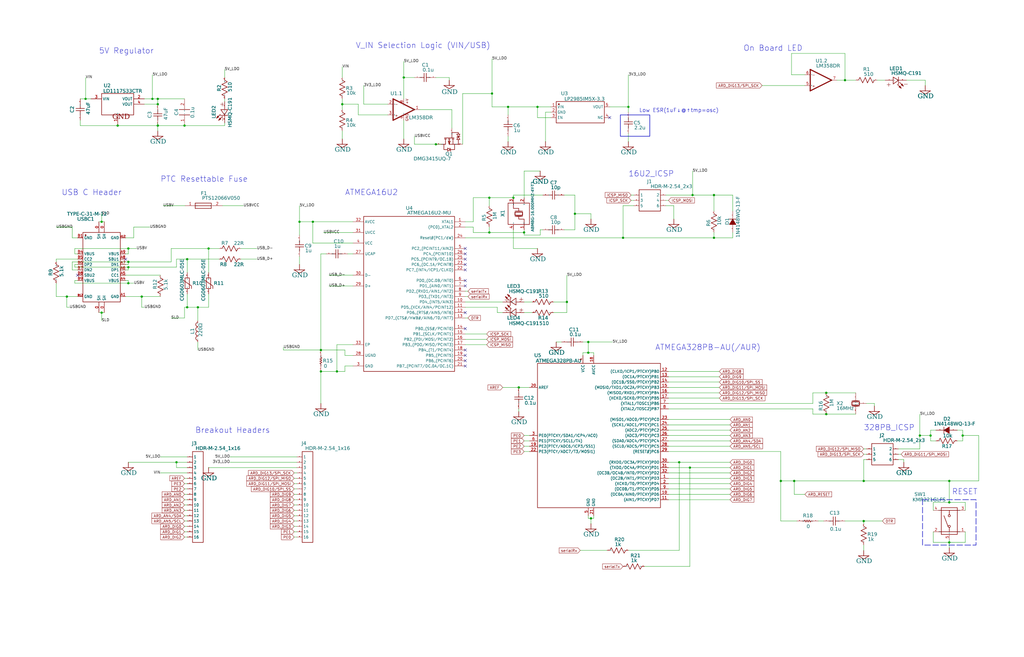
<source format=kicad_sch>
(kicad_sch (version 20231120) (generator "eeschema") (generator_version "8.0")
  (paper "User" 486.344 312.227)
  (junction (at 93.98 146.05))
  (junction (at 74.93 46.99))
  (junction (at 401.32 38.1))
  (junction (at 436.88 207.01))
  (junction (at 48.26 105.41))
  (junction (at 339.09 113.03))
  (junction (at 60.96 124.46))
  (junction (at 392.43 186.69))
  (junction (at 148.59 105.41))
  (junction (at 295.91 113.03))
  (junction (at 88.9 123.19))
  (junction (at 410.21 228.6))
  (junction (at 450.85 257.81))
  (junction (at 377.19 228.6))
  (junction (at 232.41 110.49))
  (junction (at 273.05 101.6))
  (junction (at 99.06 118.11))
  (junction (at 246.38 184.15))
  (junction (at 392.43 196.85))
  (junction (at 327.66 222.25))
  (junction (at 40.64 46.99))
  (junction (at 457.2 207.01))
  (junction (at 410.21 247.65))
  (junction (at 152.4 176.53))
  (junction (at 74.93 59.69))
  (junction (at 450.85 228.6))
  (junction (at 441.96 207.01))
  (junction (at 269.24 143.51))
  (junction (at 55.88 59.69))
  (junction (at 233.68 44.45))
  (junction (at 60.96 118.11))
  (junction (at 339.09 92.71))
  (junction (at 152.4 166.37))
  (junction (at 31.75 140.97))
  (junction (at 60.96 134.62))
  (junction (at 142.24 105.41))
  (junction (at 243.84 93.98))
  (junction (at 162.56 49.53))
  (junction (at 160.02 176.53))
  (junction (at 67.31 140.97))
  (junction (at 83.82 219.71))
  (junction (at 241.3 50.8))
  (junction (at 279.4 162.56))
  (junction (at 279.4 167.64))
  (junction (at 370.84 228.6))
  (junction (at 450.85 238.76))
  (junction (at 88.9 146.05))
  (junction (at 87.63 59.69))
  (junction (at 248.92 110.49))
  (junction (at 298.45 50.8))
  (junction (at 207.01 68.58))
  (junction (at 60.96 127))
  (junction (at 255.27 50.8))
  (junction (at 72.39 46.99))
  (junction (at 74.93 49.53))
  (junction (at 322.58 219.71))
  (junction (at 232.41 93.98))
  (junction (at 48.26 148.59))
  (junction (at 328.93 92.71))
  (junction (at 191.77 36.83))
  (junction (at 280.67 246.38))
  (no_connect (at 220.98 166.37))
  (no_connect (at 220.98 123.19))
  (no_connect (at 220.98 173.99))
  (no_connect (at 220.98 128.27))
  (no_connect (at 220.98 168.91))
  (no_connect (at 220.98 120.65))
  (no_connect (at 59.69 123.19))
  (no_connect (at 36.83 130.81))
  (no_connect (at 220.98 135.89))
  (no_connect (at 220.98 171.45))
  (no_connect (at 220.98 125.73))
  (no_connect (at 220.98 156.21))
  (no_connect (at 220.98 148.59))
  (no_connect (at 220.98 118.11))
  (no_connect (at 289.56 55.88))
  (no_connect (at 220.98 133.35))
  (wire (pts (xy 257.81 109.22) (xy 256.54 109.22)))
  (wire (pts (xy 279.4 162.56) (xy 279.4 167.64)))
  (wire (pts (xy 288.29 261.62) (xy 275.59 261.62)))
  (wire (pts (xy 35.56 118.11) (xy 60.96 118.11)))
  (wire (pts (xy 317.5 184.15) (xy 341.63 184.15)))
  (wire (pts (xy 347.98 113.03) (xy 347.98 110.49)))
  (wire (pts (xy 289.56 50.8) (xy 298.45 50.8)))
  (wire (pts (xy 457.2 204.47) (xy 457.2 207.01)))
  (wire (pts (xy 139.7 224.79) (xy 140.97 224.79)))
  (wire (pts (xy 392.43 186.69) (xy 406.4 186.69)))
  (wire (pts (xy 191.77 57.15) (xy 191.77 66.04)))
  (wire (pts (xy 34.29 113.03) (xy 36.83 113.03)))
  (wire (pts (xy 220.98 146.05) (xy 236.22 146.05)))
  (wire (pts (xy 322.58 219.71) (xy 346.71 219.71)))
  (wire (pts (xy 443.23 238.76) (xy 450.85 238.76)))
  (wire (pts (xy 317.5 224.79) (xy 346.71 224.79)))
  (wire (pts (xy 436.88 207.01) (xy 441.96 207.01)))
  (wire (pts (xy 222.25 151.13) (xy 220.98 151.13)))
  (wire (pts (xy 220.98 158.75) (xy 231.14 158.75)))
  (wire (pts (xy 224.79 107.95) (xy 220.98 107.95)))
  (wire (pts (xy 87.63 252.73) (xy 88.9 252.73)))
  (wire (pts (xy 410.21 247.65) (xy 419.1 247.65)))
  (wire (pts (xy 142.24 121.92) (xy 142.24 125.73)))
  (wire (pts (xy 339.09 92.71) (xy 347.98 92.71)))
  (wire (pts (xy 162.56 46.99) (xy 162.56 49.53)))
  (wire (pts (xy 410.21 248.92) (xy 410.21 247.65)))
  (wire (pts (xy 411.48 218.44) (xy 410.21 218.44)))
  (wire (pts (xy 458.47 257.81) (xy 450.85 257.81)))
  (wire (pts (xy 60.96 125.73) (xy 59.69 125.73)))
  (wire (pts (xy 83.82 222.25) (xy 83.82 219.71)))
  (wire (pts (xy 220.98 113.03) (xy 295.91 113.03)))
  (wire (pts (xy 269.24 143.51) (xy 269.24 148.59)))
  (wire (pts (xy 280.67 248.92) (xy 280.67 246.38)))
  (wire (pts (xy 317.5 214.63) (xy 370.84 214.63)))
  (wire (pts (xy 259.08 53.34) (xy 259.08 67.31)))
  (wire (pts (xy 219.71 68.58) (xy 219.71 44.45)))
  (wire (pts (xy 68.58 49.53) (xy 74.93 49.53)))
  (wire (pts (xy 317.5 229.87) (xy 346.71 229.87)))
  (wire (pts (xy 436.88 196.85) (xy 436.88 207.01)))
  (wire (pts (xy 213.36 36.83) (xy 207.01 36.83)))
  (wire (pts (xy 114.3 123.19) (xy 121.92 123.19)))
  (wire (pts (xy 191.77 46.99) (xy 191.77 36.83)))
  (wire (pts (xy 347.98 92.71) (xy 347.98 100.33)))
  (wire (pts (xy 248.92 111.76) (xy 248.92 110.49)))
  (wire (pts (xy 207.01 68.58) (xy 196.85 68.58)))
  (wire (pts (xy 377.19 228.6) (xy 410.21 228.6)))
  (wire (pts (xy 87.63 229.87) (xy 88.9 229.87)))
  (wire (pts (xy 317.5 232.41) (xy 346.71 232.41)))
  (wire (pts (xy 64.77 118.11) (xy 60.96 118.11)))
  (wire (pts (xy 31.75 146.05) (xy 31.75 140.97)))
  (wire (pts (xy 74.93 46.99) (xy 72.39 46.99)))
  (wire (pts (xy 317.5 179.07) (xy 341.63 179.07)))
  (wire (pts (xy 251.46 214.63) (xy 248.92 214.63)))
  (wire (pts (xy 36.83 128.27) (xy 34.29 128.27)))
  (wire (pts (xy 139.7 232.41) (xy 140.97 232.41)))
  (wire (pts (xy 87.63 255.27) (xy 88.9 255.27)))
  (wire (pts (xy 88.9 234.95) (xy 87.63 234.95)))
  (wire (pts (xy 411.48 191.77) (xy 415.29 191.77)))
  (wire (pts (xy 172.72 40.64) (xy 172.72 49.53)))
  (wire (pts (xy 154.94 120.65) (xy 152.4 120.65)))
  (wire (pts (xy 386.08 186.69) (xy 392.43 186.69)))
  (wire (pts (xy 68.58 146.05) (xy 67.31 146.05)))
  (wire (pts (xy 139.7 234.95) (xy 140.97 234.95)))
  (wire (pts (xy 441.96 209.55) (xy 441.96 207.01)))
  (wire (pts (xy 241.3 67.31) (xy 241.3 64.77)))
  (wire (pts (xy 170.18 54.61) (xy 170.18 49.53)))
  (wire (pts (xy 316.23 97.79) (xy 320.04 97.79)))
  (wire (pts (xy 99.06 118.11) (xy 81.28 118.11)))
  (wire (pts (xy 31.75 140.97) (xy 36.83 140.97)))
  (wire (pts (xy 191.77 36.83) (xy 191.77 29.21)))
  (wire (pts (xy 81.28 118.11) (xy 81.28 124.46)))
  (wire (pts (xy 36.83 120.65) (xy 35.56 120.65)))
  (wire (pts (xy 87.63 46.99) (xy 74.93 46.99)))
  (wire (pts (xy 377.19 234.95) (xy 377.19 228.6)))
  (wire (pts (xy 88.9 240.03) (xy 87.63 240.03)))
  (wire (pts (xy 106.68 59.69) (xy 87.63 59.69)))
  (wire (pts (xy 48.26 105.41) (xy 49.53 105.41)))
  (wire (pts (xy 232.41 107.95) (xy 232.41 110.49)))
  (wire (pts (xy 140.97 252.73) (xy 139.7 252.73)))
  (wire (pts (xy 246.38 184.15) (xy 251.46 184.15)))
  (wire (pts (xy 40.64 36.83) (xy 40.64 46.99)))
  (wire (pts (xy 60.96 120.65) (xy 59.69 120.65)))
  (wire (pts (xy 295.91 113.03) (xy 339.09 113.03)))
  (wire (pts (xy 386.08 196.85) (xy 392.43 196.85)))
  (wire (pts (xy 139.7 237.49) (xy 140.97 237.49)))
  (wire (pts (xy 60.96 128.27) (xy 59.69 128.27)))
  (wire (pts (xy 148.59 105.41) (xy 142.24 105.41)))
  (wire (pts (xy 439.42 38.1) (xy 439.42 40.64)))
  (wire (pts (xy 317.5 212.09) (xy 346.71 212.09)))
  (wire (pts (xy 238.76 143.51) (xy 220.98 143.51)))
  (wire (pts (xy 361.95 40.64) (xy 382.27 40.64)))
  (wire (pts (xy 317.5 186.69) (xy 341.63 186.69)))
  (wire (pts (xy 276.86 167.64) (xy 276.86 168.91)))
  (wire (pts (xy 386.08 191.77) (xy 386.08 186.69)))
  (wire (pts (xy 401.32 38.1) (xy 406.4 38.1)))
  (wire (pts (xy 74.93 62.23) (xy 74.93 59.69)))
  (wire (pts (xy 87.63 227.33) (xy 88.9 227.33)))
  (wire (pts (xy 401.32 25.4) (xy 401.32 38.1)))
  (wire (pts (xy 209.55 68.58) (xy 207.01 68.58)))
  (wire (pts (xy 392.43 196.85) (xy 406.4 196.85)))
  (wire (pts (xy 251.46 212.09) (xy 248.92 212.09)))
  (wire (pts (xy 320.04 97.79) (xy 320.04 104.14)))
  (wire (pts (xy 74.93 46.99) (xy 74.93 49.53)))
  (wire (pts (xy 279.4 167.64) (xy 276.86 167.64)))
  (wire (pts (xy 152.4 166.37) (xy 163.83 166.37)))
  (wire (pts (xy 74.93 59.69) (xy 55.88 59.69)))
  (wire (pts (xy 236.22 146.05) (xy 236.22 148.59)))
  (wire (pts (xy 443.23 257.81) (xy 450.85 257.81)))
  (wire (pts (xy 76.2 140.97) (xy 67.31 140.97)))
  (wire (pts (xy 339.09 100.33) (xy 339.09 92.71)))
  (wire (pts (xy 251.46 207.01) (xy 248.92 207.01)))
  (wire (pts (xy 281.94 168.91) (xy 281.94 167.64)))
  (wire (pts (xy 213.36 38.1) (xy 213.36 36.83)))
  (wire (pts (xy 224.79 93.98) (xy 224.79 105.41)))
  (wire (pts (xy 106.68 58.42) (xy 106.68 59.69)))
  (wire (pts (xy 290.83 162.56) (xy 279.4 162.56)))
  (wire (pts (xy 214.63 52.07) (xy 214.63 60.96)))
  (wire (pts (xy 88.9 139.7) (xy 88.9 146.05)))
  (wire (pts (xy 88.9 123.19) (xy 83.82 123.19)))
  (wire (pts (xy 167.64 105.41) (xy 148.59 105.41)))
  (wire (pts (xy 273.05 101.6) (xy 280.67 101.6)))
  (wire (pts (xy 261.62 55.88) (xy 255.27 55.88)))
  (wire (pts (xy 322.58 261.62) (xy 322.58 219.71)))
  (wire (pts (xy 140.97 247.65) (xy 139.7 247.65)))
  (wire (pts (xy 248.92 148.59) (xy 252.73 148.59)))
  (wire (pts (xy 317.5 222.25) (xy 327.66 222.25)))
  (wire (pts (xy 391.16 247.65) (xy 388.62 247.65)))
  (wire (pts (xy 76.2 224.79) (xy 88.9 224.79)))
  (wire (pts (xy 317.5 189.23) (xy 341.63 189.23)))
  (wire (pts (xy 60.96 124.46) (xy 60.96 125.73)))
  (wire (pts (xy 26.67 140.97) (xy 31.75 140.97)))
  (wire (pts (xy 233.68 50.8) (xy 233.68 44.45)))
  (wire (pts (xy 269.24 130.81) (xy 269.24 143.51)))
  (wire (pts (xy 457.2 209.55) (xy 454.66 209.55)))
  (wire (pts (xy 420.37 38.1) (xy 416.56 38.1)))
  (wire (pts (xy 87.63 59.69) (xy 74.93 59.69)))
  (wire (pts (xy 163.83 173.99) (xy 167.64 173.99)))
  (wire (pts (xy 67.31 140.97) (xy 59.69 140.97)))
  (wire (pts (xy 83.82 127) (xy 60.96 127)))
  (wire (pts (xy 279.4 245.11) (xy 279.4 246.38)))
  (wire (pts (xy 279.4 246.38) (xy 280.67 246.38)))
  (wire (pts (xy 458.47 252.73) (xy 458.47 257.81)))
  (wire (pts (xy 339.09 113.03) (xy 347.98 113.03)))
  (wire (pts (xy 317.5 207.01) (xy 346.71 207.01)))
  (wire (pts (xy 81.28 151.13) (xy 87.63 151.13)))
  (wire (pts (xy 220.98 140.97) (xy 222.25 140.97)))
  (wire (pts (xy 88.9 245.11) (xy 87.63 245.11)))
  (wire (pts (xy 140.97 217.17) (xy 109.22 217.17)))
  (wire (pts (xy 436.88 213.36) (xy 436.88 207.01)))
  (wire (pts (xy 60.96 134.62) (xy 60.96 133.35)))
  (wire (pts (xy 317.5 95.25) (xy 316.23 95.25)))
  (wire (pts (xy 264.16 162.56) (xy 266.7 162.56)))
  (wire (pts (xy 167.64 163.83) (xy 160.02 163.83)))
  (wire (pts (xy 87.63 250.19) (xy 88.9 250.19)))
  (wire (pts (xy 410.21 218.44) (xy 410.21 228.6)))
  (wire (pts (xy 99.06 129.54) (xy 99.06 118.11)))
  (wire (pts (xy 83.82 219.71) (xy 88.9 219.71)))
  (wire (pts (xy 464.82 228.6) (xy 464.82 207.01)))
  (wire (pts (xy 267.97 109.22) (xy 273.05 109.22)))
  (wire (pts (xy 458.47 238.76) (xy 450.85 238.76)))
  (wire (pts (xy 236.22 148.59) (xy 238.76 148.59)))
  (wire (pts (xy 167.64 130.81) (xy 156.21 130.81)))
  (wire (pts (xy 232.41 97.79) (xy 232.41 93.98)))
  (wire (pts (xy 60.96 118.11) (xy 60.96 120.65)))
  (wire (pts (xy 231.14 163.83) (xy 220.98 163.83)))
  (wire (pts (xy 298.45 63.5) (xy 298.45 67.31)))
  (wire (pts (xy 106.68 46.99) (xy 106.68 48.26)))
  (wire (pts (xy 167.64 115.57) (xy 148.59 115.57)))
  (wire (pts (xy 46.99 148.59) (xy 48.26 148.59)))
  (wire (pts (xy 139.7 240.03) (xy 140.97 240.03)))
  (wire (pts (xy 106.68 36.83) (xy 106.68 33.02)))
  (wire (pts (xy 317.5 176.53) (xy 341.63 176.53)))
  (wire (pts (xy 232.41 93.98) (xy 224.79 93.98)))
  (wire (pts (xy 410.21 213.36) (xy 411.48 213.36)))
  (wire (pts (xy 38.1 59.69) (xy 38.1 57.15)))
  (wire (pts (xy 139.7 242.57) (xy 140.97 242.57)))
  (wire (pts (xy 255.27 50.8) (xy 241.3 50.8)))
  (wire (pts (xy 317.5 194.31) (xy 386.08 194.31)))
  (wire (pts (xy 26.67 123.19) (xy 26.67 124.46)))
  (wire (pts (xy 152.4 176.53) (xy 160.02 176.53)))
  (wire (pts (xy 443.23 252.73) (xy 443.23 257.81)))
  (wire (pts (xy 139.7 245.11) (xy 140.97 245.11)))
  (wire (pts (xy 99.06 146.05) (xy 93.98 146.05)))
  (wire (pts (xy 281.94 167.64) (xy 279.4 167.64)))
  (wire (pts (xy 46.99 105.41) (xy 48.26 105.41)))
  (wire (pts (xy 316.23 92.71) (xy 328.93 92.71)))
  (wire (pts (xy 139.7 227.33) (xy 140.97 227.33)))
  (wire (pts (xy 26.67 107.95) (xy 34.29 107.95)))
  (wire (pts (xy 139.7 255.27) (xy 140.97 255.27)))
  (wire (pts (xy 63.5 107.95) (xy 71.12 107.95)))
  (wire (pts (xy 35.56 125.73) (xy 35.56 127)))
  (wire (pts (xy 33.02 146.05) (xy 31.75 146.05)))
  (wire (pts (xy 36.83 125.73) (xy 35.56 125.73)))
  (wire (pts (xy 160.02 176.53) (xy 163.83 176.53)))
  (wire (pts (xy 306.07 269.24) (xy 327.66 269.24)))
  (wire (pts (xy 410.21 215.9) (xy 411.48 215.9)))
  (wire (pts (xy 243.84 109.22) (xy 243.84 118.11)))
  (wire (pts (xy 38.1 46.99) (xy 40.64 46.99)))
  (wire (pts (xy 429.26 219.71) (xy 429.26 218.44)))
  (wire (pts (xy 167.64 110.49) (xy 153.67 110.49)))
  (wire (pts (xy 219.71 44.45) (xy 233.68 44.45)))
  (wire (pts (xy 241.3 54.61) (xy 241.3 50.8)))
  (wire (pts (xy 276.86 162.56) (xy 279.4 162.56)))
  (wire (pts (xy 430.53 38.1) (xy 439.42 38.1)))
  (wire (pts (xy 298.45 50.8) (xy 298.45 53.34)))
  (wire (pts (xy 87.63 151.13) (xy 87.63 146.05)))
  (wire (pts (xy 196.85 68.58) (xy 196.85 64.77)))
  (wire (pts (xy 99.06 222.25) (xy 140.97 222.25)))
  (wire (pts (xy 88.9 222.25) (xy 83.82 222.25)))
  (wire (pts (xy 83.82 123.19) (xy 83.82 127)))
  (wire (pts (xy 295.91 97.79) (xy 295.91 113.03)))
  (wire (pts (xy 162.56 49.53) (xy 162.56 52.07)))
  (wire (pts (xy 248.92 110.49) (xy 232.41 110.49)))
  (wire (pts (xy 317.5 227.33) (xy 346.71 227.33)))
  (wire (pts (xy 267.97 92.71) (xy 273.05 92.71)))
  (wire (pts (xy 88.9 237.49) (xy 87.63 237.49)))
  (wire (pts (xy 464.82 207.01) (xy 457.2 207.01)))
  (wire (pts (xy 222.25 138.43) (xy 220.98 138.43)))
  (wire (pts (xy 339.09 110.49) (xy 339.09 113.03)))
  (wire (pts (xy 273.05 92.71) (xy 273.05 101.6)))
  (wire (pts (xy 48.26 148.59) (xy 49.53 148.59)))
  (wire (pts (xy 162.56 62.23) (xy 162.56 66.04)))
  (wire (pts (xy 248.92 109.22) (xy 248.92 110.49)))
  (wire (pts (xy 59.69 130.81) (xy 76.2 130.81)))
  (wire (pts (xy 35.56 127) (xy 60.96 127)))
  (wire (pts (xy 224.79 105.41) (xy 220.98 105.41)))
  (wire (pts (xy 104.14 123.19) (xy 88.9 123.19)))
  (wire (pts (xy 426.72 213.36) (xy 436.88 213.36)))
  (wire (pts (xy 163.83 168.91) (xy 167.64 168.91)))
  (wire (pts (xy 441.96 207.01) (xy 441.96 204.47)))
  (wire (pts (xy 55.88 59.69) (xy 38.1 59.69)))
  (wire (pts (xy 378.46 247.65) (xy 370.84 247.65)))
  (wire (pts (xy 72.39 35.56) (xy 72.39 46.99)))
  (wire (pts (xy 410.21 228.6) (xy 450.85 228.6)))
  (wire (pts (xy 115.57 97.79) (xy 105.664 97.79)))
  (wire (pts (xy 48.26 101.6) (xy 48.26 105.41)))
  (wire (pts (xy 35.56 120.65) (xy 35.56 118.11)))
  (wire (pts (xy 139.7 250.19) (xy 140.97 250.19)))
  (wire (pts (xy 317.5 191.77) (xy 386.08 191.77)))
  (wire (pts (xy 74.93 59.69) (xy 74.93 58.42)))
  (wire (pts (xy 300.99 97.79) (xy 295.91 97.79)))
  (wire (pts (xy 172.72 49.53) (xy 184.15 49.53)))
  (wire (pts (xy 261.62 50.8) (xy 255.27 50.8)))
  (wire (pts (xy 444.5 209.55) (xy 441.96 209.55)))
  (wire (pts (xy 140.97 219.71) (xy 109.22 219.71)))
  (wire (pts (xy 243.84 93.98) (xy 232.41 93.98)))
  (wire (pts (xy 26.67 134.62) (xy 26.67 140.97)))
  (wire (pts (xy 255.27 55.88) (xy 255.27 50.8)))
  (wire (pts (xy 317.5 219.71) (xy 322.58 219.71)))
  (wire (pts (xy 243.84 118.11) (xy 255.27 118.11)))
  (wire (pts (xy 450.85 238.76) (xy 450.85 228.6)))
  (wire (pts (xy 238.76 184.15) (xy 246.38 184.15)))
  (wire (pts (xy 220.98 161.29) (xy 231.14 161.29)))
  (wire (pts (xy 280.67 246.38) (xy 281.94 246.38)))
  (wire (pts (xy 59.69 113.03) (xy 63.5 113.03)))
  (wire (pts (xy 327.66 222.25) (xy 346.71 222.25)))
  (wire (pts (xy 248.92 93.98) (xy 248.92 81.28)))
  (wire (pts (xy 139.7 229.87) (xy 140.97 229.87)))
  (wire (pts (xy 269.24 148.59) (xy 262.89 148.59)))
  (wire (pts (xy 454.66 204.47) (xy 457.2 204.47)))
  (wire (pts (xy 427.99 215.9) (xy 426.72 215.9)))
  (wire (pts (xy 142.24 105.41) (xy 142.24 111.76)))
  (wire (pts (xy 251.46 209.55) (xy 248.92 209.55)))
  (wire (pts (xy 370.84 214.63) (xy 370.84 228.6)))
  (wire (pts (xy 256.54 111.76) (xy 248.92 111.76)))
  (wire (pts (xy 93.98 146.05) (xy 93.98 152.4)))
  (wire (pts (xy 104.14 118.11) (xy 99.06 118.11)))
  (wire (pts (xy 386.08 194.31) (xy 386.08 196.85)))
  (wire (pts (xy 165.1 120.65) (xy 167.64 120.65)))
  (wire (pts (xy 317.5 181.61) (xy 341.63 181.61)))
  (wire (pts (xy 81.28 124.46) (xy 60.96 124.46)))
  (wire (pts (xy 88.9 217.17) (xy 76.2 217.17)))
  (wire (pts (xy 441.96 204.47) (xy 444.5 204.47)))
  (wire (pts (xy 298.45 261.62) (xy 322.58 261.62)))
  (wire (pts (xy 299.72 95.25) (xy 300.99 95.25)))
  (wire (pts (xy 87.63 232.41) (xy 88.9 232.41)))
  (wire (pts (xy 281.94 246.38) (xy 281.94 245.11)))
  (wire (pts (xy 184.15 54.61) (xy 170.18 54.61)))
  (wire (pts (xy 34.29 124.46) (xy 60.96 124.46)))
  (wire (pts (xy 257.81 92.71) (xy 243.84 92.71)))
  (wire (pts (xy 87.63 146.05) (xy 88.9 146.05)))
  (wire (pts (xy 148.59 115.57) (xy 148.59 105.41)))
  (wire (pts (xy 346.71 209.55) (xy 317.5 209.55)))
  (wire (pts (xy 410.21 261.62) (xy 410.21 259.08)))
  (wire (pts (xy 88.9 247.65) (xy 87.63 247.65)))
  (wire (pts (xy 34.29 128.27) (xy 34.29 124.46)))
  (wire (pts (xy 280.67 101.6) (xy 280.67 104.14)))
  (wire (pts (xy 450.85 256.54) (xy 450.85 257.81)))
  (wire (pts (xy 142.24 97.79) (xy 142.24 105.41)))
  (wire (pts (xy 317.5 234.95) (xy 346.71 234.95)))
  (wire (pts (xy 134.62 166.37) (xy 152.4 166.37)))
  (wire (pts (xy 35.56 133.35) (xy 35.56 134.62)))
  (wire (pts (xy 88.9 146.05) (xy 93.98 146.05)))
  (wire (pts (xy 60.96 127) (xy 60.96 128.27)))
  (wire (pts (xy 196.85 36.83) (xy 191.77 36.83)))
  (wire (pts (xy 457.2 207.01) (xy 457.2 209.55)))
  (wire (pts (xy 298.45 35.56) (xy 298.45 50.8)))
  (wire (pts (xy 397.51 38.1) (xy 401.32 38.1)))
  (wire (pts (xy 152.4 191.77) (xy 152.4 176.53)))
  (wire (pts (xy 163.83 176.53) (xy 163.83 173.99)))
  (wire (pts (xy 317.5 201.93) (xy 346.71 201.93)))
  (wire (pts (xy 35.56 134.62) (xy 60.96 134.62)))
  (wire (pts (xy 328.93 92.71) (xy 339.09 92.71)))
  (wire (pts (xy 40.64 46.99) (xy 43.18 46.99)))
  (wire (pts (xy 99.06 139.7) (xy 99.06 146.05)))
  (wire (pts (xy 256.54 109.22) (xy 256.54 111.76)))
  (wire (pts (xy 450.85 257.81) (xy 450.85 260.35)))
  (wire (pts (xy 114.3 118.11) (xy 121.92 118.11)))
  (wire (pts (xy 77.47 97.79) (xy 87.884 97.79)))
  (wire (pts (xy 170.18 49.53) (xy 162.56 49.53)))
  (wire (pts (xy 163.83 166.37) (xy 163.83 168.91)))
  (wire (pts (xy 60.96 133.35) (xy 59.69 133.35)))
  (wire (pts (xy 382.27 35.56) (xy 375.92 35.56)))
  (wire (pts (xy 450.85 228.6) (xy 464.82 228.6)))
  (wire (pts (xy 458.47 242.57) (xy 458.47 238.76)))
  (wire (pts (xy 429.26 218.44) (xy 426.72 218.44)))
  (wire (pts (xy 246.38 194.31) (xy 246.38 195.58)))
  (wire (pts (xy 134.62 165.1) (xy 134.62 166.37)))
  (wire (pts (xy 88.9 242.57) (xy 87.63 242.57)))
  (wire (pts (xy 162.56 36.83) (xy 162.56 31.75)))
  (wire (pts (xy 262.89 143.51) (xy 269.24 143.51)))
  (wire (pts (xy 36.83 133.35) (xy 35.56 133.35)))
  (wire (pts (xy 160.02 163.83) (xy 160.02 176.53)))
  (wire (pts (xy 48.26 152.4) (xy 48.26 148.59)))
  (wire (pts (xy 248.92 143.51) (xy 252.73 143.51)))
  (wire (pts (xy 370.84 228.6) (xy 377.19 228.6)))
  (wire (pts (xy 273.05 109.22) (xy 273.05 101.6)))
  (wire (pts (xy 370.84 247.65) (xy 370.84 228.6)))
  (wire (pts (xy 36.83 123.19) (xy 26.67 123.19)))
  (wire (pts (xy 317.5 199.39) (xy 346.71 199.39)))
  (wire (pts (xy 199.39 52.07) (xy 214.63 52.07)))
  (wire (pts (xy 152.4 120.65) (xy 152.4 166.37)))
  (wire (pts (xy 88.9 129.54) (xy 88.9 123.19)))
  (wire (pts (xy 261.62 53.34) (xy 259.08 53.34)))
  (wire (pts (xy 382.27 234.95) (xy 377.19 234.95)))
  (wire (pts (xy 401.32 247.65) (xy 410.21 247.65)))
  (wire (pts (xy 375.92 25.4) (xy 401.32 25.4)))
  (wire (pts (xy 63.5 113.03) (xy 63.5 107.95)))
  (wire (pts (xy 34.29 107.95) (xy 34.29 113.03)))
  (wire (pts (xy 60.96 219.71) (xy 83.82 219.71)))
  (wire (pts (xy 167.64 135.89) (xy 156.21 135.89)))
  (wire (pts (xy 68.58 46.99) (xy 72.39 46.99)))
  (wire (pts (xy 443.23 242.57) (xy 443.23 238.76)))
  (wire (pts (xy 328.93 81.28) (xy 328.93 92.71)))
  (wire (pts (xy 67.31 146.05) (xy 67.31 140.97)))
  (wire (pts (xy 375.92 35.56) (xy 375.92 25.4)))
  (wire (pts (xy 241.3 50.8) (xy 233.68 50.8)))
  (wire (pts (xy 233.68 44.45) (xy 233.68 27.94)))
  (wire (pts (xy 346.71 204.47) (xy 317.5 204.47)))
  (wire (pts (xy 415.29 191.77) (xy 415.29 193.04)))
  (wire (pts (xy 93.98 162.56) (xy 93.98 166.37)))
  (wire (pts (xy 224.79 110.49) (xy 224.79 107.95)))
  (wire (pts (xy 327.66 269.24) (xy 327.66 222.25)))
  (wire (pts (xy 317.5 237.49) (xy 346.71 237.49)))
  (wire (pts (xy 299.72 92.71) (xy 300.99 92.71)))
  (wire (pts (xy 243.84 92.71) (xy 243.84 93.98)))
  (wire (pts (xy 248.92 81.28) (xy 256.54 81.28)))
  (wire (pts (xy 63.5 134.62) (xy 60.96 134.62)))
  (wire (pts (xy 232.41 110.49) (xy 224.79 110.49)))
  (rectangle (start 294.64 54.61) (end 308.61 64.77) (stroke (width 0.254)))
  (rectangle (start 438.15 237.49) (end 463.55 259.08) (stroke (width 0.254) (type dash)))
  (text "ATMEGA328PB-AU(/AUR)" (at 311.15 163.7157 0) (effects (font (size 2.6543 2.6543)) (justify left top)))
  (text "5V Regulator" (at 46.99 22.7457 0) (effects (font (size 2.6543 2.6543)) (justify left top)))
  (text "Low ESR(1uF↓@↑tmp=osc)" (at 303.53 51.5303 0) (effects (font (size 1.8097 1.8097)) (justify left top)))
  (text "V_IN Selection Logic (VIN/USB)" (at 168.91 20.2057 0) (effects (font (size 2.6543 2.6543)) (justify left top)))
  (text "USB C Header" (at 29.21 90.0557 0) (effects (font (size 2.6543 2.6543)) (justify left top)))
  (text "On Board LED" (at 353.06 21.4757 0) (effects (font (size 2.6543 2.6543)) (justify left top)))
  (text "PTC Resettable Fuse" (at 76.2 83.7057 0) (effects (font (size 2.6543 2.6543)) (justify left top)))
  (text "328PB_ICSP" (at 410.21 201.8157 0) (effects (font (size 2.6543 2.6543)) (justify left top)))
  (text "ATMEGA16U2" (at 163.83 90.0557 0) (effects (font (size 2.6543 2.6543)) (justify left top)))
  (text "RESET" (at 452.12 232.2957 0) (effects (font (size 2.6543 2.6543)) (justify left top)))
  (text "Breakout Headers" (at 92.71 203.0857 0) (effects (font (size 2.6543 2.6543)) (justify left top)))
  (text "16U2_ICSP" (at 298.45 81.1657 0) (effects (font (size 2.6543 2.6543)) (justify left top)))
  (label "3V3_LDO" (at 172.72 40.64 0))
  (label "VIN" (at 40.64 36.83 0))
  (label "USBGND" (at 71.12 107.95 0))
  (label "USB_D-" (at 121.92 118.11 0))
  (label "5V_LDO" (at 269.24 130.81 0))
  (label "USBV" (at 63.5 134.62 0))
  (label "5V_LDO" (at 109.22 217.17 180))
  (label "5V_LDO" (at 72.39 35.56 0))
  (label "USBV" (at 64.77 118.11 0))
  (label "USBGND" (at 134.62 165.1 0))
  (label "USBVCC" (at 153.67 110.49 0))
  (label "USB_D+" (at 156.21 135.89 0))
  (label "VIN" (at 162.56 31.75 0))
  (label "USB_D-" (at 156.21 130.81 0))
  (label "SLD" (at 48.26 101.6 0))
  (label "USBGND" (at 68.58 146.05 0))
  (label "5V_LDO" (at 106.68 33.02 0))
  (label "5V_LDO" (at 76.2 217.17 180))
  (label "USBGND" (at 26.67 107.95 0))
  (label "5V_LDO" (at 328.93 81.28 0))
  (label "5V_LDO" (at 142.24 97.79 0))
  (label "SLD" (at 81.28 151.13 0))
  (label "VIN" (at 76.2 224.79 180))
  (label "3V3_LDO" (at 298.45 35.56 0))
  (label "USBVCC" (at 196.85 64.77 0))
  (label "USBV" (at 77.47 97.79 0))
  (label "5V_LDO" (at 191.77 29.21 0))
  (label "USBGND" (at 33.02 146.05 0))
  (label "3V3_LDO" (at 109.22 219.71 180))
  (label "USB_D+" (at 121.92 123.19 0))
  (label "5V_LDO" (at 436.88 196.85 0))
  (label "5V_LDO" (at 233.68 27.94 0))
  (label "5V_LDO" (at 290.83 162.56 0))
  (label "USBVCC" (at 115.57 97.79 0))
  (label "SLD" (at 48.26 152.4 0))
  (label "USBGND" (at 93.98 166.37 0))
  (global_label "ARD_AN5/SCL" (shape input) (at 87.63 247.65 180) (property "Intersheetrefs" "${INTERSHEET_REFS}" (effects (hide yes))))
  (global_label "ARD_DIG13/SPI_SCK" (shape input) (at 139.7 224.79 180) (property "Intersheetrefs" "${INTERSHEET_REFS}" (effects (hide yes))))
  (global_label "serialTx" (shape input) (at 295.91 269.24 180) (property "Intersheetrefs" "${INTERSHEET_REFS}" (effects (hide yes))))
  (global_label "ARD_DIG5" (shape input) (at 139.7 245.11 180) (property "Intersheetrefs" "${INTERSHEET_REFS}" (effects (hide yes))))
  (global_label "ARD_DIG6" (shape input) (at 139.7 242.57 180) (property "Intersheetrefs" "${INTERSHEET_REFS}" (effects (hide yes))))
  (global_label "ARD_AN5/SCL" (shape input) (at 346.71 212.09 0) (property "Intersheetrefs" "${INTERSHEET_REFS}" (effects (hide yes))))
  (global_label "ARD_AN3" (shape input) (at 346.71 207.01 0) (property "Intersheetrefs" "${INTERSHEET_REFS}" (effects (hide yes))))
  (global_label "ARD_AN4/SDA" (shape input) (at 87.63 245.11 180) (property "Intersheetrefs" "${INTERSHEET_REFS}" (effects (hide yes))))
  (global_label "ARD_AN0" (shape input) (at 346.71 199.39 0) (property "Intersheetrefs" "${INTERSHEET_REFS}" (effects (hide yes))))
  (global_label "ARD_DIG12/SPI_MISO" (shape input) (at 139.7 227.33 180) (property "Intersheetrefs" "${INTERSHEET_REFS}" (effects (hide yes))))
  (global_label "ARD_AN1" (shape input) (at 346.71 201.93 0) (property "Intersheetrefs" "${INTERSHEET_REFS}" (effects (hide yes))))
  (global_label "PE2" (shape input) (at 248.92 212.09 180) (property "Intersheetrefs" "${INTERSHEET_REFS}" (effects (hide yes))))
  (global_label "ARD_DIG2" (shape input) (at 346.71 224.79 0) (property "Intersheetrefs" "${INTERSHEET_REFS}" (effects (hide yes))))
  (global_label "AREF" (shape input) (at 87.63 227.33 180) (property "Intersheetrefs" "${INTERSHEET_REFS}" (effects (hide yes))))
  (global_label "PE1" (shape input) (at 248.92 209.55 180) (property "Intersheetrefs" "${INTERSHEET_REFS}" (effects (hide yes))))
  (global_label "AREF" (shape input) (at 238.76 184.15 180) (property "Intersheetrefs" "${INTERSHEET_REFS}" (effects (hide yes))))
  (global_label "DTR" (shape input) (at 222.25 151.13 0) (property "Intersheetrefs" "${INTERSHEET_REFS}" (effects (hide yes))))
  (global_label "ARD_DIG8" (shape input) (at 341.63 176.53 0) (property "Intersheetrefs" "${INTERSHEET_REFS}" (effects (hide yes))))
  (global_label "ARD_DIG12/SPI_MISO" (shape input) (at 341.63 186.69 0) (property "Intersheetrefs" "${INTERSHEET_REFS}" (effects (hide yes))))
  (global_label "ARD_AN1" (shape input) (at 87.63 237.49 180) (property "Intersheetrefs" "${INTERSHEET_REFS}" (effects (hide yes))))
  (global_label "ARD_DIG13/SPI_SCK" (shape input) (at 341.63 189.23 0) (property "Intersheetrefs" "${INTERSHEET_REFS}" (effects (hide yes))))
  (global_label "ARD_AN2" (shape input) (at 346.71 204.47 0) (property "Intersheetrefs" "${INTERSHEET_REFS}" (effects (hide yes))))
  (global_label "ARD_DIG9" (shape input) (at 139.7 234.95 180) (property "Intersheetrefs" "${INTERSHEET_REFS}" (effects (hide yes))))
  (global_label "ARD_DIG1" (shape input) (at 346.71 222.25 0) (property "Intersheetrefs" "${INTERSHEET_REFS}" (effects (hide yes))))
  (global_label "PE3" (shape input) (at 248.92 214.63 180) (property "Intersheetrefs" "${INTERSHEET_REFS}" (effects (hide yes))))
  (global_label "ARD_DIG9" (shape input) (at 341.63 179.07 0) (property "Intersheetrefs" "${INTERSHEET_REFS}" (effects (hide yes))))
  (global_label "ARD_DIG13/SPI_SCK" (shape input) (at 361.95 40.64 180) (property "Intersheetrefs" "${INTERSHEET_REFS}" (effects (hide yes))))
  (global_label "PE0" (shape input) (at 139.7 255.27 180) (property "Intersheetrefs" "${INTERSHEET_REFS}" (effects (hide yes))))
  (global_label "ICSP_SCK" (shape input) (at 231.14 158.75 0) (property "Intersheetrefs" "${INTERSHEET_REFS}" (effects (hide yes))))
  (global_label "ARD_AN0" (shape input) (at 87.63 234.95 180) (property "Intersheetrefs" "${INTERSHEET_REFS}" (effects (hide yes))))
  (global_label "PE3" (shape input) (at 87.63 229.87 180) (property "Intersheetrefs" "${INTERSHEET_REFS}" (effects (hide yes))))
  (global_label "ARD_DIG2" (shape input) (at 87.63 255.27 180) (property "Intersheetrefs" "${INTERSHEET_REFS}" (effects (hide yes))))
  (global_label "ARD_DIG5" (shape input) (at 346.71 232.41 0) (property "Intersheetrefs" "${INTERSHEET_REFS}" (effects (hide yes))))
  (global_label "ARD_AN3" (shape input) (at 87.63 242.57 180) (property "Intersheetrefs" "${INTERSHEET_REFS}" (effects (hide yes))))
  (global_label "ICSP_MOSI" (shape input) (at 317.5 95.25 0) (property "Intersheetrefs" "${INTERSHEET_REFS}" (effects (hide yes))))
  (global_label "ICSP_MISO" (shape input) (at 299.72 92.71 180) (property "Intersheetrefs" "${INTERSHEET_REFS}" (effects (hide yes))))
  (global_label "ARD_DIG6" (shape input) (at 346.71 234.95 0) (property "Intersheetrefs" "${INTERSHEET_REFS}" (effects (hide yes))))
  (global_label "ARD_DIG0" (shape input) (at 87.63 250.19 180) (property "Intersheetrefs" "${INTERSHEET_REFS}" (effects (hide yes))))
  (global_label "PE1" (shape input) (at 139.7 252.73 180) (property "Intersheetrefs" "${INTERSHEET_REFS}" (effects (hide yes))))
  (global_label "serialRx" (shape input) (at 222.25 140.97 0) (property "Intersheetrefs" "${INTERSHEET_REFS}" (effects (hide yes))))
  (global_label "ARD_DIG3" (shape input) (at 346.71 227.33 0) (property "Intersheetrefs" "${INTERSHEET_REFS}" (effects (hide yes))))
  (global_label "serialRx" (shape input) (at 275.59 261.62 180) (property "Intersheetrefs" "${INTERSHEET_REFS}" (effects (hide yes))))
  (global_label "ARD_DIG4" (shape input) (at 346.71 229.87 0) (property "Intersheetrefs" "${INTERSHEET_REFS}" (effects (hide yes))))
  (global_label "ARD_AN2" (shape input) (at 87.63 240.03 180) (property "Intersheetrefs" "${INTERSHEET_REFS}" (effects (hide yes))))
  (global_label "ARD_RESET" (shape input) (at 382.27 234.95 0) (property "Intersheetrefs" "${INTERSHEET_REFS}" (effects (hide yes))))
  (global_label "serialTx" (shape input) (at 222.25 138.43 0) (property "Intersheetrefs" "${INTERSHEET_REFS}" (effects (hide yes))))
  (global_label "ARD_DIG11/SPI_MOSI" (shape input) (at 341.63 184.15 0) (property "Intersheetrefs" "${INTERSHEET_REFS}" (effects (hide yes))))
  (global_label "ARD_DIG11/SPI_MOSI" (shape input) (at 139.7 229.87 180) (property "Intersheetrefs" "${INTERSHEET_REFS}" (effects (hide yes))))
  (global_label "ICSP_SCK" (shape input) (at 299.72 95.25 180) (property "Intersheetrefs" "${INTERSHEET_REFS}" (effects (hide yes))))
  (global_label "ARD_DIG10/SPI_SS" (shape input) (at 139.7 232.41 180) (property "Intersheetrefs" "${INTERSHEET_REFS}" (effects (hide yes))))
  (global_label "ARD_DIG13/SPI_SCK" (shape input) (at 410.21 215.9 180) (property "Intersheetrefs" "${INTERSHEET_REFS}" (effects (hide yes))))
  (global_label "ARD_DIG10/SPI_SS" (shape input) (at 341.63 181.61 0) (property "Intersheetrefs" "${INTERSHEET_REFS}" (effects (hide yes))))
  (global_label "ARD_DIG7" (shape input) (at 139.7 240.03 180) (property "Intersheetrefs" "${INTERSHEET_REFS}" (effects (hide yes))))
  (global_label "PE2" (shape input) (at 87.63 232.41 180) (property "Intersheetrefs" "${INTERSHEET_REFS}" (effects (hide yes))))
  (global_label "ARD_DIG3" (shape input) (at 139.7 250.19 180) (property "Intersheetrefs" "${INTERSHEET_REFS}" (effects (hide yes))))
  (global_label "ARD_DIG4" (shape input) (at 139.7 247.65 180) (property "Intersheetrefs" "${INTERSHEET_REFS}" (effects (hide yes))))
  (global_label "ICSP_MOSI" (shape input) (at 231.14 161.29 0) (property "Intersheetrefs" "${INTERSHEET_REFS}" (effects (hide yes))))
  (global_label "ARD_DIG0" (shape input) (at 346.71 219.71 0) (property "Intersheetrefs" "${INTERSHEET_REFS}" (effects (hide yes))))
  (global_label "ICSP_MISO" (shape input) (at 231.14 163.83 0) (property "Intersheetrefs" "${INTERSHEET_REFS}" (effects (hide yes))))
  (global_label "ARD_AN4/SDA" (shape input) (at 346.71 209.55 0) (property "Intersheetrefs" "${INTERSHEET_REFS}" (effects (hide yes))))
  (global_label "ARD_DIG12/SPI_MISO" (shape input) (at 410.21 213.36 180) (property "Intersheetrefs" "${INTERSHEET_REFS}" (effects (hide yes))))
  (global_label "DTR" (shape input) (at 419.1 247.65 0) (property "Intersheetrefs" "${INTERSHEET_REFS}" (effects (hide yes))))
  (global_label "PE0" (shape input) (at 248.92 207.01 180) (property "Intersheetrefs" "${INTERSHEET_REFS}" (effects (hide yes))))
  (global_label "ARD_DIG8" (shape input) (at 139.7 237.49 180) (property "Intersheetrefs" "${INTERSHEET_REFS}" (effects (hide yes))))
  (global_label "ARD_DIG1" (shape input) (at 87.63 252.73 180) (property "Intersheetrefs" "${INTERSHEET_REFS}" (effects (hide yes))))
  (global_label "ARD_DIG7" (shape input) (at 346.71 237.49 0) (property "Intersheetrefs" "${INTERSHEET_REFS}" (effects (hide yes))))
  (global_label "ARD_DIG11/SPI_MOSI" (shape input) (at 427.99 215.9 0) (property "Intersheetrefs" "${INTERSHEET_REFS}" (effects (hide yes))))
  (symbol (lib_id "HDR-M-2.54_2x3") (at 308.61 96.52 0) (unit 0)
    (property "Reference" "J1" (at 307.3654 85.4329 0) (effects (font (size 1.6891 1.6891)) (justify left top)))
    (property "Value" "HDR-M-2.54_2x3" (at 307.3654 87.7189 0) (effects (font (size 1.6891 1.6891)) (justify left top)))
  )
  (symbol (lib_id "CG0603MLC-05E_1") (at 99.06 134.62 0) (unit 0)
    (property "Reference" "R11" (at 101.6 133.7945 0) (effects (font (size 1.6891 1.6891)) (justify left top)))
    (property "Value" "CG0603MLC-05E" (at 95.7199 144.0434 90) (effects (font (size 1.6891 1.6891)) (justify left top)))
  )
  (symbol (lib_id "C_0603_US_3") (at 142.24 116.84 0) (unit 0)
    (property "Reference" "C9" (at 144.78 116.0145 0) (effects (font (size 1.6891 1.6891)) (justify left top)))
    (property "Value" "1u" (at 144.78 118.2243 0) (effects (font (size 1.6891 1.6891)) (justify left top)))
  )
  (symbol (lib_id "C_0603_US_5") (at 262.89 92.71 0) (unit 0)
    (property "Reference" "C7" (at 261.3914 86.0171 0) (effects (font (size 1.6891 1.6891)) (justify left top)))
    (property "Value" "10p" (at 261.3914 88.2269 0) (effects (font (size 1.6891 1.6891)) (justify left top)))
  )
  (symbol (lib_id "ATMEGA16U2-MU") (at 194.31 139.7 0) (unit 0)
    (property "Reference" "U4" (at 192.7606 98.0821 0) (effects (font (size 1.6891 1.6891)) (justify left top)))
    (property "Value" "ATMEGA16U2-MU" (at 192.7606 100.2919 0) (effects (font (size 1.6891 1.6891)) (justify left top)))
  )
  (symbol (lib_id "R_0603_US_5") (at 411.48 38.1 0) (unit 0)
    (property "Reference" "R1" (at 409.9814 32.0929 0) (effects (font (size 1.6891 1.6891)) (justify left top)))
    (property "Value" "510" (at 409.9814 34.3789 0) (effects (font (size 1.6891 1.6891)) (justify left top)))
  )
  (symbol (lib_id "GND") (at 264.16 162.56 0) (unit 0)
    (property "Reference" "#PWR?" (effects (hide yes)))
    (property "Value" "GND" (at 260.858 168.91 0) (effects (font (size 2.1717 2.1717)) (justify left bottom)))
    (property "Description" "Power symbol creates a global label with name 'GND'" (effects (hide yes)))
  )
  (symbol (lib_id "R_0603_US_14") (at 300.99 269.24 0) (unit 0)
    (property "Reference" "R21" (at 299.4914 263.2329 0) (effects (font (size 1.6891 1.6891)) (justify left top)))
    (property "Value" "1k" (at 299.4914 265.5189 0) (effects (font (size 1.6891 1.6891)) (justify left top)))
  )
  (symbol (lib_id "GND") (at 429.26 219.71 0) (unit 0)
    (property "Reference" "#PWR?" (effects (hide yes)))
    (property "Value" "GND" (at 425.958 226.06 0) (effects (font (size 2.1717 2.1717)) (justify left bottom)))
    (property "Description" "Power symbol creates a global label with name 'GND'" (effects (hide yes)))
  )
  (symbol (lib_id "GND") (at 162.56 66.04 0) (unit 0)
    (property "Reference" "#PWR?" (effects (hide yes)))
    (property "Value" "GND" (at 159.258 72.39 0) (effects (font (size 2.1717 2.1717)) (justify left bottom)))
    (property "Description" "Power symbol creates a global label with name 'GND'" (effects (hide yes)))
  )
  (symbol (lib_id "C_0603_US_9") (at 396.24 247.65 0) (unit 0)
    (property "Reference" "C13" (at 394.081 242.9891 0) (effects (font (size 1.6891 1.6891)) (justify left top)))
    (property "Value" "0.1u" (at 393.954 250.5837 0) (effects (font (size 1.6891 1.6891)) (justify left top)))
  )
  (symbol (lib_id "R_0603_US_4") (at 162.56 57.15 0) (unit 0)
    (property "Reference" "R4" (at 164.338 56.3499 0) (effects (font (size 1.6891 1.6891)) (justify left top)))
    (property "Value" "10k" (at 164.338 58.5597 0) (effects (font (size 1.6891 1.6891)) (justify left top)))
  )
  (symbol (lib_id "GRM32ER61C476KE15L") (at 38.1 52.07 0) (unit 0)
    (property "Reference" "C2" (at 33.4391 53.5686 90) (effects (font (size 1.6891 1.6891)) (justify left top)))
    (property "Value" "47uF" (at 41.0337 54.7624 90) (effects (font (size 1.6891 1.6891)) (justify left top)))
  )
  (symbol (lib_id "HSMQ-C191_2") (at 243.84 143.51 0) (unit 0)
    (property "Reference" "LED3" (at 240.8936 135.1915 0) (effects (font (size 1.6891 1.6891)) (justify left top)))
    (property "Value" "HSMQ-C191" (at 240.8682 137.5791 0) (effects (font (size 1.6891 1.6891)) (justify left top)))
  )
  (symbol (lib_id "HDR-M-2.54_1x16") (at 93.98 237.49 0) (unit 0)
    (property "Reference" "J3" (at 91.2114 209.8929 0) (effects (font (size 1.6891 1.6891)) (justify left top)))
    (property "Value" "HDR-M-2.54_1x16" (at 91.2114 212.1789 0) (effects (font (size 1.6891 1.6891)) (justify left top)))
  )
  (symbol (lib_id "R_0603_US_11") (at 232.41 102.87 0) (unit 0)
    (property "Reference" "R5" (at 229.0699 105.029 90) (effects (font (size 1.6891 1.6891)) (justify left top)))
    (property "Value" "1M" (at 234.1245 104.4956 90) (effects (font (size 1.6891 1.6891)) (justify left top)))
  )
  (symbol (lib_id "R_0603_US_7") (at 109.22 123.19 0) (unit 0)
    (property "Reference" "R8" (at 104.521 124.8537 0) (effects (font (size 1.6891 1.6891)) (justify left top)))
    (property "Value" "22R" (at 110.8456 124.8537 0) (effects (font (size 1.6891 1.6891)) (justify left top)))
  )
  (symbol (lib_id "GND") (at 142.24 125.73 0) (unit 0)
    (property "Reference" "#PWR?" (effects (hide yes)))
    (property "Value" "GND" (at 138.938 132.08 0) (effects (font (size 2.1717 2.1717)) (justify left bottom)))
    (property "Description" "Power symbol creates a global label with name 'GND'" (effects (hide yes)))
  )
  (symbol (lib_id "GND") (at 410.21 261.62 0) (unit 0)
    (property "Reference" "#PWR?" (effects (hide yes)))
    (property "Value" "GND" (at 406.908 267.97 0) (effects (font (size 2.1717 2.1717)) (justify left bottom)))
    (property "Description" "Power symbol creates a global label with name 'GND'" (effects (hide yes)))
  )
  (symbol (lib_id "R_0603_US_1") (at 76.2 135.89 0) (unit 0)
    (property "Reference" "R12" (at 72.8091 137.3886 90) (effects (font (size 1.6891 1.6891)) (justify left top)))
    (property "Value" "5.1k" (at 77.8637 138.1252 90) (effects (font (size 1.6891 1.6891)) (justify left top)))
  )
  (symbol (lib_id "R_0603_US") (at 106.68 41.91 0) (unit 0)
    (property "Reference" "R2" (at 103.2891 43.4086 90) (effects (font (size 1.6891 1.6891)) (justify left top)))
    (property "Value" "510" (at 108.3437 43.8658 90) (effects (font (size 1.6891 1.6891)) (justify left top)))
  )
  (symbol (lib_id "C_0603_US_2") (at 298.45 58.42 0) (unit 0)
    (property "Reference" "C5" (at 300.99 57.5437 0) (effects (font (size 1.6891 1.6891)) (justify left top)))
    (property "Value" "2.2u" (at 300.99 59.8297 0) (effects (font (size 1.6891 1.6891)) (justify left top)))
  )
  (symbol (lib_id "CR1206-J/-000ELF") (at 152.4 171.45 0) (unit 0)
    (property "Reference" "R15" (at 153.416 170.6499 0) (effects (font (size 1.6891 1.6891)) (justify left top)))
    (property "Value" "0" (at 153.6192 173.1137 0) (effects (font (size 1.6891 1.6891)) (justify left top)))
  )
  (symbol (lib_id "R_0603_US_9") (at 257.81 148.59 0) (unit 0)
    (property "Reference" "R14" (at 255.651 150.2537 0) (effects (font (size 1.6891 1.6891)) (justify left top)))
    (property "Value" "510" (at 255.8542 152.7937 0) (effects (font (size 1.6891 1.6891)) (justify left top)))
  )
  (symbol (lib_id "LM358DR") (at 191.77 52.07 0) (unit 0)
    (property "Reference" "U1.1" (at 185.4708 43.5991 0) (effects (font (size 1.6891 1.6891)) (justify left top)))
    (property "Value" "LM358DR" (at 194.0306 55.0037 0) (effects (font (size 1.6891 1.6891)) (justify left top)))
  )
  (symbol (lib_id "BLM21PG221SN1D") (at 93.98 157.48 0) (unit 0)
    (property "Reference" "L1" (at 90.5891 158.7754 90) (effects (font (size 1.6891 1.6891)) (justify left top)))
    (property "Value" "220Ω" (at 94.3483 160.3248 90) (effects (font (size 1.6891 1.6891)) (justify left top)))
  )
  (symbol (lib_id "GND") (at 152.4 191.77 0) (unit 0)
    (property "Reference" "#PWR?" (effects (hide yes)))
    (property "Value" "GND" (at 149.098 198.12 0) (effects (font (size 2.1717 2.1717)) (justify left bottom)))
    (property "Description" "Power symbol creates a global label with name 'GND'" (effects (hide yes)))
  )
  (symbol (lib_id "LD1117S33CTR") (at 55.88 52.07 0) (unit 0)
    (property "Reference" "U2" (at 49.3014 39.8399 0) (effects (font (size 1.6891 1.6891)) (justify left top)))
    (property "Value" "LD1117S33CTR" (at 48.641 42.3799 0) (effects (font (size 1.6891 1.6891)) (justify left top)))
  )
  (symbol (lib_id "GND") (at 450.85 260.35 0) (unit 0)
    (property "Reference" "#PWR?" (effects (hide yes)))
    (property "Value" "GND" (at 447.548 266.7 0) (effects (font (size 2.1717 2.1717)) (justify left bottom)))
    (property "Description" "Power symbol creates a global label with name 'GND'" (effects (hide yes)))
  )
  (symbol (lib_id "1N4148W-7-F_1") (at 449.58 204.47 0) (unit 0)
    (property "Reference" "D2" (at 448.0814 198.2851 0) (effects (font (size 1.6891 1.6891)) (justify left top)))
    (property "Value" "1N4148WQ-13-F" (at 442.0108 200.5457 0) (effects (font (size 1.6891 1.6891)) (justify left top)))
  )
  (symbol (lib_id "GND") (at 298.45 67.31 0) (unit 0)
    (property "Reference" "#PWR?" (effects (hide yes)))
    (property "Value" "GND" (at 295.148 73.66 0) (effects (font (size 2.1717 2.1717)) (justify left bottom)))
    (property "Description" "Power symbol creates a global label with name 'GND'" (effects (hide yes)))
  )
  (symbol (lib_id "KMR221GLFS") (at 450.85 248.92 0) (unit 0)
    (property "Reference" "SW1" (at 434.3146 234.0991 0) (effects (font (size 1.6891 1.6891)) (justify left top)))
    (property "Value" "KMR221GLFS" (at 432.9938 236.6391 0) (effects (font (size 1.6891 1.6891)) (justify left top)))
  )
  (symbol (lib_id "R_0603_US_15") (at 449.58 209.55 0) (unit 0)
    (property "Reference" "R17" (at 447.421 211.2645 0) (effects (font (size 1.6891 1.6891)) (justify left top)))
    (property "Value" "10k" (at 447.6242 206.2099 0) (effects (font (size 1.6891 1.6891)) (justify left top)))
  )
  (symbol (lib_id "CSTNE16M0V53C000R0") (at 406.4 191.77 0) (unit 0)
    (property "Reference" "X2" (at 397.3322 190.8937 0) (effects (font (size 1.6891 1.6891)) (justify left top)))
    (property "Value" "16MHz" (at 397.1036 193.1797 0) (effects (font (size 1.6891 1.6891)) (justify left top)))
  )
  (symbol (lib_id "R_0603_US_3") (at 162.56 41.91 0) (unit 0)
    (property "Reference" "R3" (at 164.338 41.1099 0) (effects (font (size 1.6891 1.6891)) (justify left top)))
    (property "Value" "10k" (at 164.338 43.3197 0) (effects (font (size 1.6891 1.6891)) (justify left top)))
  )
  (symbol (lib_id "HSMQ-C191") (at 106.68 53.34 0) (unit 0)
    (property "Reference" "LED2" (at 100.7491 56.2864 90) (effects (font (size 1.6891 1.6891)) (justify left top)))
    (property "Value" "HSMQ-C191" (at 108.3437 61.3918 90) (effects (font (size 1.6891 1.6891)) (justify left top)))
  )
  (symbol (lib_id "GRM32ER61C476KE15L_1") (at 74.93 54.61 0) (unit 0)
    (property "Reference" "C3" (at 70.2691 56.1086 90) (effects (font (size 1.6891 1.6891)) (justify left top)))
    (property "Value" "47uF" (at 77.8637 57.3024 90) (effects (font (size 1.6891 1.6891)) (justify left top)))
  )
  (symbol (lib_id "LM358DR_1") (at 389.89 38.1 0) (unit 0)
    (property "Reference" "U1.2" (at 387.4262 28.0797 0) (effects (font (size 1.6891 1.6891)) (justify left top)))
    (property "Value" "LM358DR" (at 387.4262 30.3911 0) (effects (font (size 1.6891 1.6891)) (justify left top)))
  )
  (symbol (lib_id "GND") (at 213.36 38.1 0) (unit 0)
    (property "Reference" "#PWR?" (effects (hide yes)))
    (property "Value" "GND" (at 210.058 45.0088 0) (effects (font (size 2.1717 2.1717)) (justify left bottom)))
    (property "Description" "Power symbol creates a global label with name 'GND'" (effects (hide yes)))
  )
  (symbol (lib_id "GND") (at 280.67 104.14 0) (unit 0)
    (property "Reference" "#PWR?" (effects (hide yes)))
    (property "Value" "GND" (at 277.368 110.49 0) (effects (font (size 2.1717 2.1717)) (justify left bottom)))
    (property "Description" "Power symbol creates a global label with name 'GND'" (effects (hide yes)))
  )
  (symbol (lib_id "R_0603_US_2") (at 26.67 129.54 0) (unit 0)
    (property "Reference" "R9" (at 23.2791 131.0386 90) (effects (font (size 1.6891 1.6891)) (justify left top)))
    (property "Value" "5.1k" (at 28.3337 131.7752 90) (effects (font (size 1.6891 1.6891)) (justify left top)))
  )
  (symbol (lib_id "GND") (at 415.29 193.04 0) (unit 0)
    (property "Reference" "#PWR?" (effects (hide yes)))
    (property "Value" "GND" (at 411.988 199.39 0) (effects (font (size 2.1717 2.1717)) (justify left bottom)))
    (property "Description" "Power symbol creates a global label with name 'GND'" (effects (hide yes)))
  )
  (symbol (lib_id "CT41G-1206-2X1-25V-10UF-K(N)") (at 87.63 54.61 0) (unit 0)
    (property "Reference" "C4" (at 82.9691 54.8386 90) (effects (font (size 1.6891 1.6891)) (justify left top)))
    (property "Value" "0.1u" (at 90.5637 56.3626 90) (effects (font (size 1.6891 1.6891)) (justify left top)))
  )
  (symbol (lib_id "HSMQ-C191_3") (at 243.84 148.59 0) (unit 0)
    (property "Reference" "LED4" (at 240.8936 150.2537 0) (effects (font (size 1.6891 1.6891)) (justify left top)))
    (property "Value" "HSMQ-C191" (at 240.8682 152.7937 0) (effects (font (size 1.6891 1.6891)) (justify left top)))
  )
  (symbol (lib_id "C_0603_US_7") (at 246.38 189.23 0) (unit 0)
    (property "Reference" "C12" (at 248.92 188.3537 0) (effects (font (size 1.6891 1.6891)) (justify left top)))
    (property "Value" "0.1u" (at 248.92 190.6651 0) (effects (font (size 1.6891 1.6891)) (justify left top)))
  )
  (symbol (lib_id "HSMQ-C191_1") (at 425.45 38.1 0) (unit 0)
    (property "Reference" "LED1" (at 422.5036 31.7373 0) (effects (font (size 1.6891 1.6891)) (justify left top)))
    (property "Value" "HSMQ-C191" (at 422.5036 33.9471 0) (effects (font (size 1.6891 1.6891)) (justify left top)))
  )
  (symbol (lib_id "GND") (at 74.93 62.23 0) (unit 0)
    (property "Reference" "#PWR?" (effects (hide yes)))
    (property "Value" "GND" (at 71.628 68.58 0) (effects (font (size 2.1717 2.1717)) (justify left bottom)))
    (property "Description" "Power symbol creates a global label with name 'GND'" (effects (hide yes)))
  )
  (symbol (lib_id "1N4148W-7-F") (at 347.98 105.41 0) (unit 0)
    (property "Reference" "D1" (at 344.5637 106.9086 90) (effects (font (size 1.6891 1.6891)) (justify left top)))
    (property "Value" "1N4148WQ-13-F" (at 349.6183 114.427 90) (effects (font (size 1.6891 1.6891)) (justify left top)))
  )
  (symbol (lib_id "R_0603_US_13") (at 293.37 261.62 0) (unit 0)
    (property "Reference" "R20" (at 291.8714 255.6129 0) (effects (font (size 1.6891 1.6891)) (justify left top)))
    (property "Value" "1k" (at 291.8714 257.8989 0) (effects (font (size 1.6891 1.6891)) (justify left top)))
  )
  (symbol (lib_id "GND") (at 60.96 219.71 0) (unit 0)
    (property "Reference" "#PWR?" (effects (hide yes)))
    (property "Value" "GND" (at 57.658 226.06 0) (effects (font (size 2.1717 2.1717)) (justify left bottom)))
    (property "Description" "Power symbol creates a global label with name 'GND'" (effects (hide yes)))
  )
  (symbol (lib_id "R_0603_US_12") (at 392.43 191.77 0) (unit 0)
    (property "Reference" "R16" (at 389.0391 195.199 90) (effects (font (size 1.6891 1.6891)) (justify left top)))
    (property "Value" "1M" (at 394.0937 193.3956 90) (effects (font (size 1.6891 1.6891)) (justify left top)))
  )
  (symbol (lib_id "GND") (at 280.67 248.92 0) (unit 0)
    (property "Reference" "#PWR?" (effects (hide yes)))
    (property "Value" "GND" (at 277.368 255.27 0) (effects (font (size 2.1717 2.1717)) (justify left bottom)))
    (property "Description" "Power symbol creates a global label with name 'GND'" (effects (hide yes)))
  )
  (symbol (lib_id "ABM8G-16.000MHZ-8-D2Y-T") (at 246.38 101.6 0) (unit 0)
    (property "Reference" "X1" (at 237.9599 102.9716 90) (effects (font (size 1.6891 1.6891)) (justify left top)))
    (property "Value" "ABM8G-16.000MHZ-4Y-T3" (at 252.2665 111.9632 90) (effects (font (size 1.3271 1.3271)) (justify left top)))
  )
  (symbol (lib_id "DMG3415UQ-7") (at 214.63 66.04 0) (unit 0)
    (property "Reference" "Q1" (at 214.9348 72.3519 0) (effects (font (size 1.6891 1.6891)) (justify right top)))
    (property "Value" "DMG3415UQ-7" (at 214.9348 74.5617 0) (effects (font (size 1.6891 1.6891)) (justify right top)))
  )
  (symbol (lib_id "GND") (at 259.08 67.31 0) (unit 0)
    (property "Reference" "#PWR?" (effects (hide yes)))
    (property "Value" "GND" (at 255.778 73.66 0) (effects (font (size 2.1717 2.1717)) (justify left bottom)))
    (property "Description" "Power symbol creates a global label with name 'GND'" (effects (hide yes)))
  )
  (symbol (lib_id "C_0603_US") (at 201.93 36.83 0) (unit 0)
    (property "Reference" "C1" (at 200.4314 30.0609 0) (effects (font (size 1.6891 1.6891)) (justify left top)))
    (property "Value" "0.1u" (at 200.4314 32.3469 0) (effects (font (size 1.6891 1.6891)) (justify left top)))
  )
  (symbol (lib_id "GND") (at 99.06 222.25 0) (unit 0)
    (property "Reference" "#PWR?" (effects (hide yes)))
    (property "Value" "GND" (at 95.758 228.6 0) (effects (font (size 2.1717 2.1717)) (justify left bottom)))
    (property "Description" "Power symbol creates a global label with name 'GND'" (effects (hide yes)))
  )
  (symbol (lib_id "TYPE-C-31-M-12") (at 48.26 127 0) (unit 0)
    (property "Reference" "USBC1" (at 36.703 103.2891 0) (effects (font (size 1.6891 1.6891)) (justify left top)))
    (property "Value" "TYPE-C-31-M-12" (at 28.956 100.7999 0) (effects (font (size 1.6891 1.6891)) (justify left top)))
  )
  (symbol (lib_id "C_0603_US_8") (at 271.78 162.56 0) (unit 0)
    (property "Reference" "C11" (at 270.2814 155.8671 0) (effects (font (size 1.6891 1.6891)) (justify left top)))
    (property "Value" "0.1u" (at 270.2814 158.0769 0) (effects (font (size 1.6891 1.6891)) (justify left top)))
  )
  (symbol (lib_id "GND") (at 255.27 118.11 0) (unit 0)
    (property "Reference" "#PWR?" (effects (hide yes)))
    (property "Value" "GND" (at 251.968 124.46 0) (effects (font (size 2.1717 2.1717)) (justify left bottom)))
    (property "Description" "Power symbol creates a global label with name 'GND'" (effects (hide yes)))
  )
  (symbol (lib_id "GND") (at 191.77 66.04 0) (unit 0)
    (property "Reference" "#PWR?" (effects (hide yes)))
    (property "Value" "GND" (at 188.468 72.39 0) (effects (font (size 2.1717 2.1717)) (justify left bottom)))
    (property "Description" "Power symbol creates a global label with name 'GND'" (effects (hide yes)))
  )
  (symbol (lib_id "GND") (at 256.54 81.28 0) (unit 0)
    (property "Reference" "#PWR?" (effects (hide yes)))
    (property "Value" "GND" (at 253.238 87.63 0) (effects (font (size 2.1717 2.1717)) (justify left bottom)))
    (property "Description" "Power symbol creates a global label with name 'GND'" (effects (hide yes)))
  )
  (symbol (lib_id "GND") (at 241.3 67.31 0) (unit 0)
    (property "Reference" "#PWR?" (effects (hide yes)))
    (property "Value" "GND" (at 237.998 73.66 0) (effects (font (size 2.1717 2.1717)) (justify left bottom)))
    (property "Description" "Power symbol creates a global label with name 'GND'" (effects (hide yes)))
  )
  (symbol (lib_id "C_0603_US_1") (at 241.3 59.69 0) (unit 0)
    (property "Reference" "C6" (at 243.84 58.8137 0) (effects (font (size 1.6891 1.6891)) (justify left top)))
    (property "Value" "1u" (at 243.84 61.0997 0) (effects (font (size 1.6891 1.6891)) (justify left top)))
  )
  (symbol (lib_id "LP2985IM5X-3.3") (at 276.86 53.34 0) (unit 0)
    (property "Reference" "U3" (at 266.4714 43.5991 0) (effects (font (size 1.6891 1.6891)) (justify left top)))
    (property "Value" "LP2985IM5X-3.3" (at 266.7 46.1391 0) (effects (font (size 1.6891 1.6891)) (justify left top)))
  )
  (symbol (lib_id "GND") (at 320.04 104.14 0) (unit 0)
    (property "Reference" "#PWR?" (effects (hide yes)))
    (property "Value" "GND" (at 316.738 110.49 0) (effects (font (size 2.1717 2.1717)) (justify left bottom)))
    (property "Description" "Power symbol creates a global label with name 'GND'" (effects (hide yes)))
  )
  (symbol (lib_id "R_0603_US_8") (at 257.81 143.51 0) (unit 0)
    (property "Reference" "R13" (at 255.651 137.5537 0) (effects (font (size 1.6891 1.6891)) (justify left top)))
    (property "Value" "510" (at 255.651 139.7889 0) (effects (font (size 1.6891 1.6891)) (justify left top)))
  )
  (symbol (lib_id "HDR-M-2.54_1x16_1") (at 146.05 237.49 0) (unit 0)
    (property "Reference" "J4" (at 143.2814 209.8929 0) (effects (font (size 1.6891 1.6891)) (justify left top)))
    (property "Value" "HDR-M-2.54_1x16" (at 143.2814 212.1789 0) (effects (font (size 1.6891 1.6891)) (justify left top)))
  )
  (symbol (lib_id "GND") (at 439.42 40.64 0) (unit 0)
    (property "Reference" "#PWR?" (effects (hide yes)))
    (property "Value" "GND" (at 436.118 46.99 0) (effects (font (size 2.1717 2.1717)) (justify left bottom)))
    (property "Description" "Power symbol creates a global label with name 'GND'" (effects (hide yes)))
  )
  (symbol (lib_id "PTS12066V050") (at 96.52 97.79 0) (unit 0)
    (property "Reference" "F1" (at 95.4024 91.0463 0) (effects (font (size 1.6891 1.6891)) (justify left top)))
    (property "Value" "PTS12066V050" (at 95.4024 93.2561 0) (effects (font (size 1.6891 1.6891)) (justify left top)))
  )
  (symbol (lib_id "ATMEGA328PB-AU") (at 284.48 207.01 0) (unit 0)
    (property "Reference" "U5" (at 253.7714 168.0591 0) (effects (font (size 1.6891 1.6891)) (justify left top)))
    (property "Value" "ATMEGA328PB-AU" (at 253.6952 170.5991 0) (effects (font (size 1.6891 1.6891)) (justify left top)))
  )
  (symbol (lib_id "GND") (at 246.38 195.58 0) (unit 0)
    (property "Reference" "#PWR?" (effects (hide yes)))
    (property "Value" "GND" (at 243.078 201.93 0) (effects (font (size 2.1717 2.1717)) (justify left bottom)))
    (property "Description" "Power symbol creates a global label with name 'GND'" (effects (hide yes)))
  )
  (symbol (lib_id "C_0603_US_4") (at 160.02 120.65 0) (unit 0)
    (property "Reference" "C10" (at 158.5214 113.9317 0) (effects (font (size 1.6891 1.6891)) (justify left top)))
    (property "Value" "1u" (at 158.5214 116.1669 0) (effects (font (size 1.6891 1.6891)) (justify left top)))
  )
  (symbol (lib_id "CR1206-J/-000ELF_1") (at 383.54 247.65 0) (unit 0)
    (property "Reference" "R18" (at 381.381 244.2591 0) (effects (font (size 1.6891 1.6891)) (justify left top)))
    (property "Value" "0" (at 382.905 249.3137 0) (effects (font (size 1.6891 1.6891)) (justify left top)))
  )
  (symbol (lib_id "R_0603_US_16") (at 410.21 254 0) (unit 0)
    (property "Reference" "R19" (at 411.988 253.1237 0) (effects (font (size 1.6891 1.6891)) (justify left top)))
    (property "Value" "1k" (at 411.988 255.4351 0) (effects (font (size 1.6891 1.6891)) (justify left top)))
  )
  (symbol (lib_id "R_0603_US_6") (at 109.22 118.11 0) (unit 0)
    (property "Reference" "R7" (at 105.1814 114.7191 0) (effects (font (size 1.6891 1.6891)) (justify left top)))
    (property "Value" "22R" (at 110.8456 114.7191 0) (effects (font (size 1.6891 1.6891)) (justify left top)))
  )
  (symbol (lib_id "CG0603MLC-05E") (at 88.9 134.62 0) (unit 0)
    (property "Reference" "R10" (at 91.44 133.7945 0) (effects (font (size 1.6891 1.6891)) (justify left top)))
    (property "Value" "CG0603MLC-05E" (at 85.5599 144.0434 90) (effects (font (size 1.6891 1.6891)) (justify left top)))
  )
  (symbol (lib_id "HDR-M-2.54_2x3_1") (at 419.1 217.17 0) (unit 0)
    (property "Reference" "J2" (at 417.8554 206.0829 0) (effects (font (size 1.6891 1.6891)) (justify left top)))
    (property "Value" "HDR-M-2.54_2x3" (at 417.8554 208.3689 0) (effects (font (size 1.6891 1.6891)) (justify left top)))
  )
  (symbol (lib_id "R_0603_US_10") (at 339.09 105.41 0) (unit 0)
    (property "Reference" "R6" (at 335.6737 107.569 90) (effects (font (size 1.6891 1.6891)) (justify left top)))
    (property "Value" "10k" (at 340.7283 107.315 90) (effects (font (size 1.6891 1.6891)) (justify left top)))
  )
  (symbol (lib_id "C_0603_US_6") (at 262.89 109.22 0) (unit 0)
    (property "Reference" "C8" (at 261.3914 102.5271 0) (effects (font (size 1.6891 1.6891)) (justify left top)))
    (property "Value" "10p" (at 261.3914 104.7369 0) (effects (font (size 1.6891 1.6891)) (justify left top)))
  )
)
</source>
